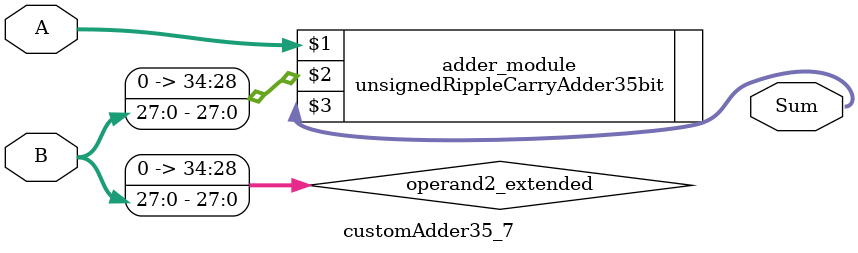
<source format=v>
module customAdder35_7(
                        input [34 : 0] A,
                        input [27 : 0] B,
                        
                        output [35 : 0] Sum
                );

        wire [34 : 0] operand2_extended;
        
        assign operand2_extended =  {7'b0, B};
        
        unsignedRippleCarryAdder35bit adder_module(
            A,
            operand2_extended,
            Sum
        );
        
        endmodule
        
</source>
